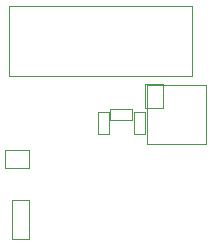
<source format=gbr>
G04 #@! TF.GenerationSoftware,KiCad,Pcbnew,(5.0.1)-3*
G04 #@! TF.CreationDate,2018-12-06T00:17:23+01:00*
G04 #@! TF.ProjectId,air602bob,616972363032626F622E6B696361645F,rev?*
G04 #@! TF.SameCoordinates,Original*
G04 #@! TF.FileFunction,Other,User*
%FSLAX46Y46*%
G04 Gerber Fmt 4.6, Leading zero omitted, Abs format (unit mm)*
G04 Created by KiCad (PCBNEW (5.0.1)-3) date 06/12/2018 00:17:23*
%MOMM*%
%LPD*%
G01*
G04 APERTURE LIST*
%ADD10C,0.050000*%
G04 APERTURE END LIST*
D10*
G04 #@! TO.C,JP2*
X78105000Y-88900000D02*
X78105000Y-90932000D01*
X78105000Y-88900000D02*
X76581000Y-88900000D01*
X76581000Y-90932000D02*
X78105000Y-90932000D01*
X76581000Y-90932000D02*
X76581000Y-88900000D01*
G04 #@! TO.C,JP1*
X66783000Y-96012000D02*
X64751000Y-96012000D01*
X66783000Y-96012000D02*
X66783000Y-94488000D01*
X64751000Y-94488000D02*
X64751000Y-96012000D01*
X64751000Y-94488000D02*
X66783000Y-94488000D01*
G04 #@! TO.C,XA1*
X81748000Y-88940000D02*
X76748000Y-88940000D01*
X76748000Y-88940000D02*
X76748000Y-93940000D01*
X76748000Y-93940000D02*
X81748000Y-93940000D01*
X81748000Y-93940000D02*
X81748000Y-88940000D01*
G04 #@! TO.C,C3*
X66770000Y-101980000D02*
X65310000Y-101980000D01*
X65310000Y-101980000D02*
X65310000Y-98680000D01*
X65310000Y-98680000D02*
X66770000Y-98680000D01*
X66770000Y-98680000D02*
X66770000Y-101980000D01*
G04 #@! TO.C,C2*
X73495000Y-91272000D02*
X73495000Y-93132000D01*
X72555000Y-91272000D02*
X73495000Y-91272000D01*
X72555000Y-93132000D02*
X72555000Y-91272000D01*
X73495000Y-93132000D02*
X72555000Y-93132000D01*
G04 #@! TO.C,C1*
X76543000Y-93132000D02*
X75603000Y-93132000D01*
X75603000Y-93132000D02*
X75603000Y-91272000D01*
X75603000Y-91272000D02*
X76543000Y-91272000D01*
X76543000Y-91272000D02*
X76543000Y-93132000D01*
G04 #@! TO.C,L1*
X75502000Y-90970000D02*
X75502000Y-91910000D01*
X75502000Y-91910000D02*
X73642000Y-91910000D01*
X73642000Y-91910000D02*
X73642000Y-90970000D01*
X73642000Y-90970000D02*
X75502000Y-90970000D01*
G04 #@! TO.C,ANT1*
X80543000Y-82230000D02*
X65043000Y-82230000D01*
X65043000Y-82230000D02*
X65043000Y-88180000D01*
X65043000Y-88180000D02*
X80543000Y-88180000D01*
X80543000Y-88180000D02*
X80543000Y-82230000D01*
G04 #@! TD*
M02*

</source>
